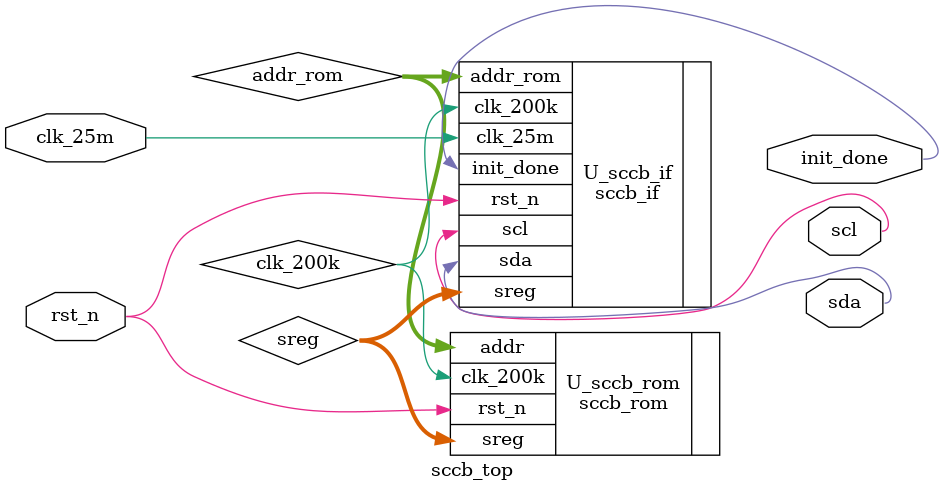
<source format=sv>
module sccb_top(
clk_25m,
rst_n,
sda,
scl,
init_done
);

input  wire  clk_25m;
input  wire  rst_n;
output wire  sda;
output wire  scl;
output wire  init_done;

reg          clk_200k;
wire  [ 7:0] addr_rom;
wire  [15:0] sreg;


sccb_if U_sccb_if(
    .clk_25m   ( clk_25m   ), // in
    .rst_n     ( rst_n     ), // in
    .sda       ( sda       ), // out
    .scl       ( scl       ), // out
    .init_done ( init_done ), // out
    .clk_200k  ( clk_200k  ), // out
    .addr_rom  ( addr_rom  ), // out
    .sreg      ( sreg      )  // in
);

sccb_rom U_sccb_rom(
    .clk_200k  ( clk_200k  ), // in
    .rst_n     ( rst_n     ), // in
    .addr      ( addr_rom  ), // in
    .sreg      ( sreg      )  // out
);

endmodule
</source>
